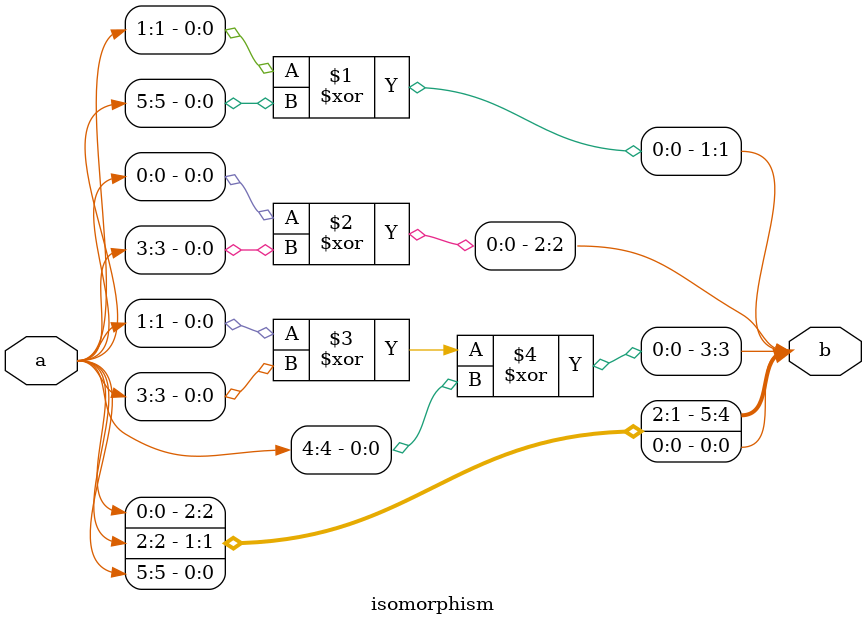
<source format=v>
`timescale 1ns/100ps
module SMS32_38_np_13_2(x,y);
	 input [5:0] x;
	 output [5:0] y;
	 wire [5:0] w;
	 wire [5:0] p;
	 isomorphism C2 (x,w);
	 power_38 C3 (w,p);
	 inv_isomorphism C4 (p,y);
endmodule

module add_base(a,b,c);
	 input [2:0] a;
	 input [2:0] b;
	 output [2:0] c;
	 assign c[0]=a[0]^b[0];
	 assign c[1]=a[1]^b[1];
	 assign c[2]=a[2]^b[2];
endmodule

module constant_multiplication_base_0(a,b);
	 input [2:0] a;
	 output [2:0] b;
	 assign b[0]=0;
	 assign b[1]=0;
	 assign b[2]=0;
endmodule

module constant_multiplication_base_1(a,b);
	 input [2:0] a;
	 output [2:0] b;
	 assign b[0]=a[0];
	 assign b[1]=a[1];
	 assign b[2]=a[2];
endmodule

module constant_multiplication_base_2(a,b);
	 input [2:0] a;
	 output [2:0] b;
	 assign b[0]=a[2];
	 assign b[1]=a[0];
	 assign b[2]=a[1]^a[2];
endmodule

module constant_multiplication_base_3(a,b);
	 input [2:0] a;
	 output [2:0] b;
	 assign b[0]=a[1]^a[2];
	 assign b[1]=a[2];
	 assign b[2]=a[0]^a[1]^a[2];
endmodule

module constant_multiplication_base_4(a,b);
	 input [2:0] a;
	 output [2:0] b;
	 assign b[0]=a[0]^a[1]^a[2];
	 assign b[1]=a[1]^a[2];
	 assign b[2]=a[0]^a[1];
endmodule

module constant_multiplication_base_5(a,b);
	 input [2:0] a;
	 output [2:0] b;
	 assign b[0]=a[0]^a[1];
	 assign b[1]=a[0]^a[1]^a[2];
	 assign b[2]=a[0]^a[2];
endmodule

module constant_multiplication_base_6(a,b);
	 input [2:0] a;
	 output [2:0] b;
	 assign b[0]=a[0]^a[2];
	 assign b[1]=a[0]^a[1];
	 assign b[2]=a[1];
endmodule

module constant_multiplication_base_7(a,b);
	 input [2:0] a;
	 output [2:0] b;
	 assign b[0]=a[1];
	 assign b[1]=a[0]^a[2];
	 assign b[2]=a[0];
endmodule

module multiplication_base(a,b,c);
	 input [2:0] a;
	 input [2:0] b;
	 output [2:0] c;
	 assign c[0]=(a[0]&b[0])^(a[1]&b[2])^(a[2]&b[1])^(a[2]&b[2]);
	 assign c[1]=(a[0]&b[1])^(a[1]&b[0])^(a[2]&b[2]);
	 assign c[2]=(a[2]&b[0])^(a[1]&b[1])^(a[0]&b[2])^(a[1]&b[2])^(a[2]&b[1])^(a[2]&b[2]);
endmodule

module square_base(a,b);
	 input [2:0] a;
	 output[2:0] b;
	 assign b[0]=a[0]^a[2];
	 assign b[1]=a[2];
	 assign b[2]=a[1]^a[2];
endmodule

module four_base(a,b);
	 input [2:0] a;
	 output[2:0] b;
	 assign b[0]=a[0]^a[1];
	 assign b[1]=a[1]^a[2];
	 assign b[2]=a[1];
endmodule

module three_base(a,b);
	 input [2:0] a;
	 output [2:0] b;
	 assign b[0]=a[0]^a[1]^(a[0]&a[2]);
	 assign b[1]=a[2]^(a[0]&a[2])^(a[0]&a[1]);
	 assign b[2]=a[1]^a[2]^(a[1]&a[2])^(a[0]&a[1]);
endmodule

module six_base(a,b);
	 input [2:0] a;
	 output [2:0] b;
	 assign b[0]=a[0]^a[2]^(a[0]&a[1])^(a[0]&a[2])^(a[1]&a[2]);
	 assign b[1]=a[1]^a[2]^(a[1]&a[2])^(a[0]&a[1]);
	 assign b[2]=a[1]^(a[1]&a[2])^(a[0]&a[2]);
endmodule

module power_38(a,b);
	 input [5:0] a;
	 output [5:0] b;
	 wire [2:0] x_0;
	 wire [2:0] x_1;
	 wire [2:0] x_2;
	 wire [2:0] x_3;
	 wire [2:0] x_4;
	 wire [2:0] x_5;
	 wire [2:0] x_6;
	 wire [2:0] x_7;
	 wire [2:0] y_0;
	 wire [2:0] y_1;
	 wire [2:0] y_2;
	 wire [2:0] y_3;
	 wire [2:0] y_4;
	 wire [2:0] y_5;
	 wire [2:0] w_00;
	 wire [2:0] w_01;
	 wire [2:0] w_02;
	 wire [2:0] w_03;
	 wire [2:0] w_04;
	 wire [2:0] w_05;
	 wire [2:0] w_10;
	 wire [2:0] w_11;
	 wire [2:0] w_12;
	 wire [2:0] w_13;
	 wire [2:0] w_14;
	 wire [2:0] w_15;
	 wire [2:0] z_00;
	 wire [2:0] z_01;
	 wire [2:0] z_02;
	 wire [2:0] z_03;
	 wire [2:0] z_04;
	 wire [2:0] z_10;
	 wire [2:0] z_11;
	 wire [2:0] z_12;
	 wire [2:0] z_13;
	 wire [2:0] z_14;
	 assign x_0[0]=a[0];
	 assign x_0[1]=a[1];
	 assign x_0[2]=a[2];
	 assign x_1[0]=a[3];
	 assign x_1[1]=a[4];
	 assign x_1[2]=a[5];
	 three_base  A1 (x_0,y_0);
	 three_base A2 (x_1,y_1);
	 six_base A3 (x_0,x_2);
	 six_base A4 (x_1,x_3);
	 four_base  A5 (x_0,x_4);
	 four_base A6 (x_1,x_5);
	 square_base  A7 (x_0,x_6);
	 square_base A8 (x_1,x_7);
	 multiplication_base A9 (x_2,x_5,y_2);
	 multiplication_base A10 (x_3,x_4,y_3);
	 multiplication_base A11 (x_6,x_1,y_4);
	 multiplication_base A12 (x_7,x_0,y_5);
	 constant_multiplication_base_1 MC00 (y_0,w_00);
	 constant_multiplication_base_7 MC01 (y_1,w_01);
	 constant_multiplication_base_7 MC02 (y_2,w_02);
	 constant_multiplication_base_6 MC03 (y_3,w_03);
	 constant_multiplication_base_1 MC04 (y_4,w_04);
	 constant_multiplication_base_7 MC05 (y_5,w_05);
	 constant_multiplication_base_7 MC10 (y_0,w_10);
	 constant_multiplication_base_1 MC11 (y_1,w_11);
	 constant_multiplication_base_6 MC12 (y_2,w_12);
	 constant_multiplication_base_7 MC13 (y_3,w_13);
	 constant_multiplication_base_7 MC14 (y_4,w_14);
	 constant_multiplication_base_1 MC15 (y_5,w_15);
	 add_base AB00 (w_00,w_01,z_00);
	 add_base AB01 (w_02,z_00,z_01);
	 add_base AB02 (w_03,z_01,z_02);
	 add_base AB03 (w_04,z_02,z_03);
	 add_base AB04 (w_05,z_03,z_04);
	 add_base AB10 (w_10,w_11,z_10);
	 add_base AB11 (w_12,z_10,z_11);
	 add_base AB12 (w_13,z_11,z_12);
	 add_base AB13 (w_14,z_12,z_13);
	 add_base AB14 (w_15,z_13,z_14);
	 assign b[0]=z_04[0];
	 assign b[1]=z_04[1];
	 assign b[2]=z_04[2];
	 assign b[3]=z_14[0];
	 assign b[4]=z_14[1];
	 assign b[5]=z_14[2];
endmodule

module inv_isomorphism(a,b);
	 input [5:0] a;
	 output [5:0] b;
	 assign b[0]=a[2]^a[3]^a[4];
	 assign b[1]=a[1]^a[3]^a[4];
	 assign b[2]=a[0]^a[2];
	 assign b[3]=a[2]^a[3]^a[4]^a[5];
	 assign b[4]=a[0]^a[2]^a[4]^a[5];
	 assign b[5]=a[2];
endmodule

module isomorphism(a,b);
	 input [5:0] a;
	 output [5:0] b;
	 assign b[0]=a[5];
	 assign b[1]=a[1]^a[5];
	 assign b[2]=a[0]^a[3];
	 assign b[3]=a[1]^a[3]^a[4];
	 assign b[4]=a[2];
	 assign b[5]=a[0];
endmodule


</source>
